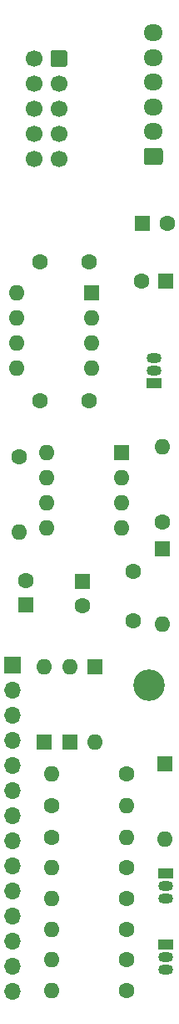
<source format=gbr>
%TF.GenerationSoftware,KiCad,Pcbnew,5.1.9+dfsg1-1~bpo10+1*%
%TF.CreationDate,2022-01-20T02:52:57+08:00*%
%TF.ProjectId,MiniADSR 1.1 - Main Board,4d696e69-4144-4535-9220-312e31202d20,rev?*%
%TF.SameCoordinates,Original*%
%TF.FileFunction,Soldermask,Bot*%
%TF.FilePolarity,Negative*%
%FSLAX46Y46*%
G04 Gerber Fmt 4.6, Leading zero omitted, Abs format (unit mm)*
G04 Created by KiCad (PCBNEW 5.1.9+dfsg1-1~bpo10+1) date 2022-01-20 02:52:57*
%MOMM*%
%LPD*%
G01*
G04 APERTURE LIST*
%ADD10C,1.600000*%
%ADD11O,1.600000X1.600000*%
%ADD12R,1.600000X1.600000*%
%ADD13R,1.700000X1.700000*%
%ADD14O,1.700000X1.700000*%
%ADD15C,3.200000*%
%ADD16O,1.950000X1.700000*%
%ADD17C,1.700000*%
%ADD18O,1.500000X1.050000*%
%ADD19R,1.500000X1.050000*%
G04 APERTURE END LIST*
D10*
%TO.C,C1*%
X149300000Y-111000000D03*
X149300000Y-116000000D03*
%TD*%
D11*
%TO.C,D1*%
X152500000Y-138120000D03*
D12*
X152500000Y-130500000D03*
%TD*%
D10*
%TO.C,R5*%
X152250000Y-106000000D03*
D11*
X152250000Y-98380000D03*
%TD*%
D12*
%TO.C,D2*%
X152250000Y-108675000D03*
D11*
X152250000Y-116295000D03*
%TD*%
D12*
%TO.C,U1*%
X148100000Y-99000000D03*
D11*
X140480000Y-106620000D03*
X148100000Y-101540000D03*
X140480000Y-104080000D03*
X148100000Y-104080000D03*
X140480000Y-101540000D03*
X148100000Y-106620000D03*
X140480000Y-99000000D03*
%TD*%
D10*
%TO.C,C2*%
X144100000Y-114500000D03*
D12*
X144100000Y-112000000D03*
%TD*%
D13*
%TO.C,J6*%
X137000000Y-120470000D03*
D14*
X137000000Y-123010000D03*
X137000000Y-125550000D03*
X137000000Y-128090000D03*
X137000000Y-130630000D03*
X137000000Y-133170000D03*
X137000000Y-135710000D03*
X137000000Y-138250000D03*
X137000000Y-140790000D03*
X137000000Y-143330000D03*
X137000000Y-145870000D03*
X137000000Y-148410000D03*
X137000000Y-150950000D03*
X137000000Y-153490000D03*
%TD*%
D10*
%TO.C,R3*%
X148600000Y-150300000D03*
D11*
X140980000Y-150300000D03*
%TD*%
D10*
%TO.C,R1*%
X148600000Y-153400000D03*
D11*
X140980000Y-153400000D03*
%TD*%
%TO.C,R9*%
X148620000Y-137900000D03*
D10*
X141000000Y-137900000D03*
%TD*%
D15*
%TO.C,REF\u002A\u002A*%
X150900000Y-122500000D03*
%TD*%
D11*
%TO.C,R10*%
X137700000Y-107020000D03*
D10*
X137700000Y-99400000D03*
%TD*%
%TO.C,R8*%
X148600000Y-131500000D03*
D11*
X140980000Y-131500000D03*
%TD*%
D10*
%TO.C,R7*%
X148600000Y-141000000D03*
D11*
X140980000Y-141000000D03*
%TD*%
%TO.C,R6*%
X148620000Y-134700000D03*
D10*
X141000000Y-134700000D03*
%TD*%
D11*
%TO.C,R4*%
X140980000Y-144100000D03*
D10*
X148600000Y-144100000D03*
%TD*%
D11*
%TO.C,R2*%
X140980000Y-147200000D03*
D10*
X148600000Y-147200000D03*
%TD*%
D12*
%TO.C,C3*%
X138300000Y-114400000D03*
D10*
X138300000Y-111900000D03*
%TD*%
%TO.C,C4*%
X152700000Y-75800000D03*
D12*
X150200000Y-75800000D03*
%TD*%
%TO.C,C5*%
X152600000Y-81600000D03*
D10*
X150100000Y-81600000D03*
%TD*%
%TO.C,C6*%
X144750000Y-79650000D03*
X139750000Y-79650000D03*
%TD*%
%TO.C,C7*%
X139800000Y-93700000D03*
X144800000Y-93700000D03*
%TD*%
D11*
%TO.C,D3*%
X142800000Y-120630000D03*
D12*
X142800000Y-128250000D03*
%TD*%
%TO.C,D4*%
X145400000Y-120650000D03*
D11*
X145400000Y-128270000D03*
%TD*%
D12*
%TO.C,D5*%
X140200000Y-128250000D03*
D11*
X140200000Y-120630000D03*
%TD*%
%TO.C,J3*%
G36*
G01*
X152025000Y-69850000D02*
X150575000Y-69850000D01*
G75*
G02*
X150325000Y-69600000I0J250000D01*
G01*
X150325000Y-68400000D01*
G75*
G02*
X150575000Y-68150000I250000J0D01*
G01*
X152025000Y-68150000D01*
G75*
G02*
X152275000Y-68400000I0J-250000D01*
G01*
X152275000Y-69600000D01*
G75*
G02*
X152025000Y-69850000I-250000J0D01*
G01*
G37*
D16*
X151300000Y-66500000D03*
X151300000Y-64000000D03*
X151300000Y-61500000D03*
X151300000Y-59000000D03*
X151300000Y-56500000D03*
%TD*%
%TO.C,J5*%
G36*
G01*
X142550000Y-58500000D02*
X142550000Y-59700000D01*
G75*
G02*
X142300000Y-59950000I-250000J0D01*
G01*
X141100000Y-59950000D01*
G75*
G02*
X140850000Y-59700000I0J250000D01*
G01*
X140850000Y-58500000D01*
G75*
G02*
X141100000Y-58250000I250000J0D01*
G01*
X142300000Y-58250000D01*
G75*
G02*
X142550000Y-58500000I0J-250000D01*
G01*
G37*
D17*
X141700000Y-61640000D03*
X141700000Y-64180000D03*
X141700000Y-66720000D03*
X141700000Y-69260000D03*
X139160000Y-59100000D03*
X139160000Y-61640000D03*
X139160000Y-64180000D03*
X139160000Y-66720000D03*
X139160000Y-69260000D03*
%TD*%
D11*
%TO.C,U2*%
X137380000Y-82850000D03*
X145000000Y-90470000D03*
X137380000Y-85390000D03*
X145000000Y-87930000D03*
X137380000Y-87930000D03*
X145000000Y-85390000D03*
X137380000Y-90470000D03*
D12*
X145000000Y-82850000D03*
%TD*%
D18*
%TO.C,Q1*%
X152600000Y-142870000D03*
X152600000Y-144140000D03*
D19*
X152600000Y-141600000D03*
%TD*%
%TO.C,Q2*%
X152600000Y-148800000D03*
D18*
X152600000Y-151340000D03*
X152600000Y-150070000D03*
%TD*%
%TO.C,Q3*%
X151350000Y-90680000D03*
X151350000Y-89410000D03*
D19*
X151350000Y-91950000D03*
%TD*%
M02*

</source>
